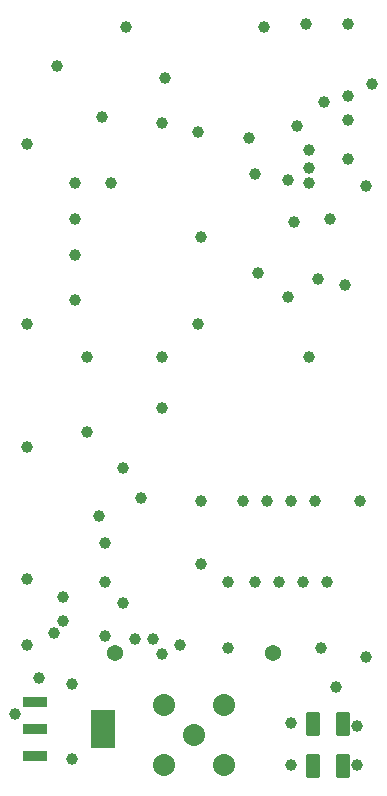
<source format=gbr>
G04 Generated by Ultiboard 13.0 *
%FSLAX24Y24*%
%MOIN*%

%ADD10C,0.0001*%
%ADD11R,0.0846X0.0374*%
%ADD12R,0.0846X0.1280*%
%ADD13C,0.0394*%
%ADD14C,0.0735*%
%ADD15R,0.0308X0.0617*%
%ADD16C,0.0167*%
%ADD17C,0.0540*%


G04 ColorRGB 9900CC for the following layer *
%LNSolder Mask Bottom*%
%LPD*%
G54D10*
G54D11*
X-27342Y7694D03*
X-27342Y8600D03*
X-27342Y9506D03*
G54D12*
X-25058Y8600D03*
G54D13*
X-16600Y7400D03*
X-16600Y8700D03*
X-27200Y10300D03*
X-26100Y10100D03*
X-23400Y11600D03*
X-24000Y11600D03*
X-20900Y11300D03*
X-26400Y13000D03*
X-20900Y13500D03*
X-20000Y13500D03*
X-19200Y13500D03*
X-18400Y13500D03*
X-17600Y13500D03*
X-24400Y17300D03*
X-18900Y23000D03*
X-17900Y23600D03*
X-26000Y24400D03*
X-26000Y25600D03*
X-26000Y26800D03*
X-26600Y30700D03*
X-19900Y23800D03*
X-17000Y23400D03*
X-19600Y16200D03*
X-18800Y16200D03*
X-18000Y16200D03*
X-18200Y21000D03*
X-20400Y16200D03*
X-16500Y16200D03*
X-21900Y22100D03*
X-23100Y21000D03*
X-26000Y22900D03*
X-23100Y19300D03*
X-25000Y11700D03*
X-26100Y7600D03*
X-28000Y9100D03*
X-18800Y8800D03*
X-18800Y7400D03*
X-16300Y11000D03*
X-17300Y10000D03*
X-27600Y28100D03*
X-17800Y11300D03*
X-24800Y26800D03*
X-27600Y13600D03*
X-27600Y11400D03*
X-27600Y22100D03*
X-26700Y11800D03*
X-26400Y12200D03*
X-24400Y12800D03*
X-25000Y13500D03*
X-25600Y21000D03*
X-18300Y32100D03*
X-16900Y32100D03*
X-16900Y28900D03*
X-16900Y27600D03*
X-18200Y26800D03*
X-18200Y27300D03*
X-20200Y28300D03*
X-18200Y27900D03*
X-21900Y28500D03*
X-23100Y11100D03*
X-22500Y11400D03*
X-18700Y25500D03*
X-18600Y28700D03*
X-18900Y26900D03*
X-23100Y28800D03*
X-27600Y18000D03*
X-25100Y29000D03*
X-25000Y14800D03*
X-25600Y18500D03*
X-25200Y15700D03*
X-23800Y16300D03*
X-21800Y14100D03*
X-16100Y30100D03*
X-16300Y26700D03*
X-20000Y27100D03*
X-16900Y29700D03*
X-17700Y29500D03*
X-24300Y32000D03*
X-23000Y30300D03*
X-19700Y32000D03*
X-21800Y16200D03*
X-17500Y25600D03*
X-21800Y25000D03*
G54D14*
X-22044Y8400D03*
X-21044Y9400D03*
X-23044Y9400D03*
X-21044Y7400D03*
X-23044Y7400D03*
G54D15*
X-18100Y8800D03*
X-17100Y8800D03*
X-18100Y7400D03*
X-17100Y7400D03*
G54D16*
X-18254Y8492D02*
X-17946Y8492D01*
X-17946Y9108D01*
X-18254Y9108D01*
X-18254Y8492D01*D02*
X-17254Y8492D02*
X-16946Y8492D01*
X-16946Y9108D01*
X-17254Y9108D01*
X-17254Y8492D01*D02*
X-18254Y7092D02*
X-17946Y7092D01*
X-17946Y7708D01*
X-18254Y7708D01*
X-18254Y7092D01*D02*
X-17254Y7092D02*
X-16946Y7092D01*
X-16946Y7708D01*
X-17254Y7708D01*
X-17254Y7092D01*D02*
G54D17*
X-19419Y11141D03*
X-24669Y11141D03*

M02*

</source>
